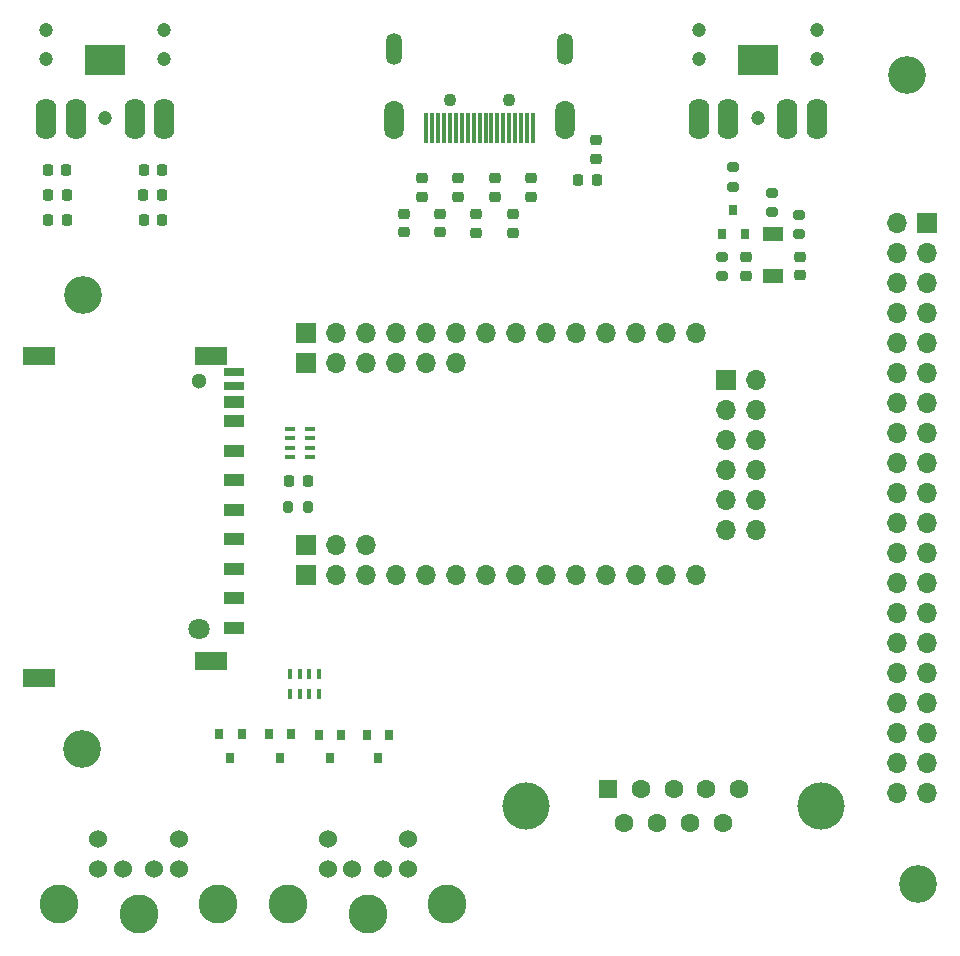
<source format=gbr>
%TF.GenerationSoftware,KiCad,Pcbnew,6.0.2+dfsg-1*%
%TF.CreationDate,2023-04-03T20:21:34+02:00*%
%TF.ProjectId,CYC10 Board,43594331-3020-4426-9f61-72642e6b6963,rev?*%
%TF.SameCoordinates,Original*%
%TF.FileFunction,Soldermask,Top*%
%TF.FilePolarity,Negative*%
%FSLAX46Y46*%
G04 Gerber Fmt 4.6, Leading zero omitted, Abs format (unit mm)*
G04 Created by KiCad (PCBNEW 6.0.2+dfsg-1) date 2023-04-03 20:21:34*
%MOMM*%
%LPD*%
G01*
G04 APERTURE LIST*
G04 Aperture macros list*
%AMRoundRect*
0 Rectangle with rounded corners*
0 $1 Rounding radius*
0 $2 $3 $4 $5 $6 $7 $8 $9 X,Y pos of 4 corners*
0 Add a 4 corners polygon primitive as box body*
4,1,4,$2,$3,$4,$5,$6,$7,$8,$9,$2,$3,0*
0 Add four circle primitives for the rounded corners*
1,1,$1+$1,$2,$3*
1,1,$1+$1,$4,$5*
1,1,$1+$1,$6,$7*
1,1,$1+$1,$8,$9*
0 Add four rect primitives between the rounded corners*
20,1,$1+$1,$2,$3,$4,$5,0*
20,1,$1+$1,$4,$5,$6,$7,0*
20,1,$1+$1,$6,$7,$8,$9,0*
20,1,$1+$1,$8,$9,$2,$3,0*%
G04 Aperture macros list end*
%ADD10RoundRect,0.225000X0.225000X0.250000X-0.225000X0.250000X-0.225000X-0.250000X0.225000X-0.250000X0*%
%ADD11RoundRect,0.200000X0.200000X0.275000X-0.200000X0.275000X-0.200000X-0.275000X0.200000X-0.275000X0*%
%ADD12RoundRect,0.218750X-0.256250X0.218750X-0.256250X-0.218750X0.256250X-0.218750X0.256250X0.218750X0*%
%ADD13RoundRect,0.225000X-0.225000X-0.250000X0.225000X-0.250000X0.225000X0.250000X-0.225000X0.250000X0*%
%ADD14C,1.100000*%
%ADD15R,0.300000X2.600000*%
%ADD16O,1.350000X2.700000*%
%ADD17O,1.650000X3.300000*%
%ADD18C,1.200000*%
%ADD19R,3.500000X2.500000*%
%ADD20O,1.750000X3.500000*%
%ADD21RoundRect,0.218750X-0.218750X-0.256250X0.218750X-0.256250X0.218750X0.256250X-0.218750X0.256250X0*%
%ADD22R,0.800000X0.900000*%
%ADD23C,3.200000*%
%ADD24RoundRect,0.225000X-0.250000X0.225000X-0.250000X-0.225000X0.250000X-0.225000X0.250000X0.225000X0*%
%ADD25RoundRect,0.225000X0.250000X-0.225000X0.250000X0.225000X-0.250000X0.225000X-0.250000X-0.225000X0*%
%ADD26R,1.700000X1.300000*%
%ADD27RoundRect,0.200000X-0.275000X0.200000X-0.275000X-0.200000X0.275000X-0.200000X0.275000X0.200000X0*%
%ADD28RoundRect,0.200000X0.275000X-0.200000X0.275000X0.200000X-0.275000X0.200000X-0.275000X-0.200000X0*%
%ADD29R,0.425000X0.900000*%
%ADD30R,0.900000X0.425000*%
%ADD31R,1.700000X1.700000*%
%ADD32O,1.700000X1.700000*%
%ADD33C,1.524000*%
%ADD34C,3.300000*%
%ADD35C,4.000000*%
%ADD36R,1.600000X1.600000*%
%ADD37C,1.600000*%
%ADD38C,1.800000*%
%ADD39C,1.300000*%
%ADD40R,1.800000X0.700000*%
%ADD41R,2.800000X1.500000*%
%ADD42R,1.800000X1.000000*%
G04 APERTURE END LIST*
D10*
%TO.C,C1*%
X41623300Y-59624000D03*
X40073300Y-59624000D03*
%TD*%
D11*
%TO.C,R1*%
X41653000Y-61869400D03*
X40003000Y-61869400D03*
%TD*%
D12*
%TO.C,R9*%
X51310500Y-34025700D03*
X51310500Y-35600700D03*
%TD*%
%TO.C,R10*%
X49763700Y-37040700D03*
X49763700Y-38615700D03*
%TD*%
%TO.C,R12*%
X54401700Y-34005400D03*
X54401700Y-35580400D03*
%TD*%
%TO.C,R13*%
X55925700Y-37050900D03*
X55925700Y-38625900D03*
%TD*%
%TO.C,R14*%
X57470000Y-34033400D03*
X57470000Y-35608400D03*
%TD*%
%TO.C,R16*%
X60538400Y-34010500D03*
X60538400Y-35585500D03*
%TD*%
D10*
%TO.C,C16*%
X21232200Y-37546300D03*
X19682200Y-37546300D03*
%TD*%
%TO.C,C17*%
X29301800Y-37518400D03*
X27751800Y-37518400D03*
%TD*%
D13*
%TO.C,C18*%
X19641600Y-33324800D03*
X21191600Y-33324800D03*
%TD*%
%TO.C,C19*%
X27756900Y-33324800D03*
X29306900Y-33324800D03*
%TD*%
D14*
%TO.C,J8*%
X58689900Y-27400700D03*
X53689900Y-27400700D03*
D15*
X51689900Y-29810700D03*
X52189900Y-29810700D03*
X52689900Y-29810700D03*
X53189900Y-29810700D03*
X53689900Y-29810700D03*
X54189900Y-29810700D03*
X54689900Y-29810700D03*
X55189900Y-29810700D03*
X55689900Y-29810700D03*
X56189900Y-29810700D03*
X56689900Y-29810700D03*
X57189900Y-29810700D03*
X57689900Y-29810700D03*
X58189900Y-29810700D03*
X58689900Y-29810700D03*
X59189900Y-29810700D03*
X59689900Y-29810700D03*
X60189900Y-29810700D03*
X60689900Y-29810700D03*
D16*
X63439900Y-23090700D03*
D17*
X63439900Y-29050700D03*
D16*
X48939900Y-23090700D03*
D17*
X48939900Y-29050700D03*
%TD*%
D18*
%TO.C,J12*%
X29488200Y-21458100D03*
X29488200Y-23958100D03*
X19488200Y-21458100D03*
X19488200Y-23958100D03*
X24488200Y-28958100D03*
D19*
X24488200Y-23997100D03*
D20*
X19488200Y-29003100D03*
X29488200Y-29003100D03*
X21988200Y-29003100D03*
X26988200Y-29003100D03*
%TD*%
D12*
%TO.C,R11*%
X52857400Y-37028000D03*
X52857400Y-38603000D03*
%TD*%
%TO.C,R17*%
X66045100Y-30815100D03*
X66045100Y-32390100D03*
%TD*%
D21*
%TO.C,R18*%
X64543800Y-34163000D03*
X66118800Y-34163000D03*
%TD*%
D13*
%TO.C,R21*%
X19667000Y-35420300D03*
X21217000Y-35420300D03*
%TD*%
%TO.C,R22*%
X27726400Y-35425400D03*
X29276400Y-35425400D03*
%TD*%
D22*
%TO.C,D3*%
X40231100Y-81103100D03*
X38331100Y-81103100D03*
X39281100Y-83103100D03*
%TD*%
%TO.C,D1*%
X36045100Y-81108100D03*
X34145100Y-81108100D03*
X35095100Y-83108100D03*
%TD*%
%TO.C,D4*%
X44465200Y-81130900D03*
X42565200Y-81130900D03*
X43515200Y-83130900D03*
%TD*%
%TO.C,D2*%
X48549500Y-81138900D03*
X46649500Y-81138900D03*
X47599500Y-83138900D03*
%TD*%
D23*
%TO.C,H2*%
X92362020Y-25250140D03*
%TD*%
%TO.C,H3*%
X93309400Y-93817400D03*
%TD*%
%TO.C,H4*%
X22550100Y-82326500D03*
%TD*%
D12*
%TO.C,R15*%
X58999100Y-37058500D03*
X58999100Y-38633500D03*
%TD*%
D24*
%TO.C,C2*%
X78724700Y-40723600D03*
X78724700Y-42273600D03*
%TD*%
D25*
%TO.C,C3*%
X83281500Y-42243100D03*
X83281500Y-40693100D03*
%TD*%
D26*
%TO.C,D5*%
X81020900Y-42278300D03*
X81020900Y-38778300D03*
%TD*%
D18*
%TO.C,J11*%
X74745800Y-21437700D03*
X79745800Y-28937700D03*
X84745800Y-23937700D03*
X84745800Y-21437700D03*
X74745800Y-23937700D03*
D19*
X79745800Y-23976700D03*
D20*
X74745800Y-28982700D03*
X84745800Y-28982700D03*
X77245800Y-28982700D03*
X82245800Y-28982700D03*
%TD*%
D22*
%TO.C,Q1*%
X76718100Y-38714000D03*
X78618100Y-38714000D03*
X77668100Y-36714000D03*
%TD*%
D27*
%TO.C,R28*%
X77668100Y-33094200D03*
X77668100Y-34744200D03*
%TD*%
%TO.C,R29*%
X76708000Y-40668500D03*
X76708000Y-42318500D03*
%TD*%
D28*
%TO.C,R30*%
X83256100Y-38777700D03*
X83256100Y-37127700D03*
%TD*%
D27*
%TO.C,R31*%
X80985300Y-35273500D03*
X80985300Y-36923500D03*
%TD*%
D29*
%TO.C,RN1*%
X40151200Y-77720500D03*
X40951200Y-77720500D03*
X41751200Y-77720500D03*
X42551200Y-77720500D03*
X42551200Y-76020500D03*
X41751200Y-76020500D03*
X40951200Y-76020500D03*
X40151200Y-76020500D03*
%TD*%
D30*
%TO.C,RN4*%
X41840500Y-57633700D03*
X41840500Y-56833700D03*
X41840500Y-56033700D03*
X41840500Y-55233700D03*
X40140500Y-55233700D03*
X40140500Y-56033700D03*
X40140500Y-56833700D03*
X40140500Y-57633700D03*
%TD*%
D23*
%TO.C,H1*%
X22580600Y-43926800D03*
%TD*%
D31*
%TO.C,J2*%
X41473200Y-65077300D03*
D32*
X44013200Y-65077300D03*
X46553200Y-65077300D03*
%TD*%
D31*
%TO.C,J4*%
X41483300Y-47127000D03*
D32*
X44023300Y-47127000D03*
X46563300Y-47127000D03*
X49103300Y-47127000D03*
X51643300Y-47127000D03*
X54183300Y-47127000D03*
X56723300Y-47127000D03*
X59263300Y-47127000D03*
X61803300Y-47127000D03*
X64343300Y-47127000D03*
X66883300Y-47127000D03*
X69423300Y-47127000D03*
X71963300Y-47127000D03*
X74503300Y-47127000D03*
%TD*%
D31*
%TO.C,J3*%
X41483300Y-49667000D03*
D32*
X44023300Y-49667000D03*
X46563300Y-49667000D03*
X49103300Y-49667000D03*
X51643300Y-49667000D03*
X54183300Y-49667000D03*
%TD*%
D31*
%TO.C,J5*%
X77068700Y-51065300D03*
D32*
X77068700Y-53605300D03*
X77068700Y-56145300D03*
X77068700Y-58685300D03*
X77068700Y-61225300D03*
X77068700Y-63765300D03*
X79608700Y-51065300D03*
X79608700Y-53605300D03*
X79608700Y-56145300D03*
X79608700Y-58685300D03*
X79608700Y-61225300D03*
X79608700Y-63765300D03*
%TD*%
D31*
%TO.C,J1*%
X41473200Y-67617300D03*
D32*
X44013200Y-67617300D03*
X46553200Y-67617300D03*
X49093200Y-67617300D03*
X51633200Y-67617300D03*
X54173200Y-67617300D03*
X56713200Y-67617300D03*
X59253200Y-67617300D03*
X61793200Y-67617300D03*
X64333200Y-67617300D03*
X66873200Y-67617300D03*
X69413200Y-67617300D03*
X71953200Y-67617300D03*
X74493200Y-67617300D03*
%TD*%
D33*
%TO.C,J9*%
X48020800Y-92495000D03*
X45420800Y-92495000D03*
X50120800Y-92495000D03*
X43320800Y-92495000D03*
X50120800Y-89995000D03*
X43320800Y-89995000D03*
D34*
X46720800Y-96295000D03*
X53470800Y-95495000D03*
X39970800Y-95495000D03*
%TD*%
D33*
%TO.C,J10*%
X28620800Y-92495000D03*
X26020800Y-92495000D03*
X30720800Y-92495000D03*
X23920800Y-92495000D03*
X30720800Y-89995000D03*
X23920800Y-89995000D03*
D34*
X27320800Y-96295000D03*
X34070800Y-95495000D03*
X20570800Y-95495000D03*
%TD*%
D31*
%TO.C,J13*%
X94107000Y-37815500D03*
D32*
X91567000Y-37815500D03*
X94107000Y-40355500D03*
X91567000Y-40355500D03*
X94107000Y-42895500D03*
X91567000Y-42895500D03*
X94107000Y-45435500D03*
X91567000Y-45435500D03*
X94107000Y-47975500D03*
X91567000Y-47975500D03*
X94107000Y-50515500D03*
X91567000Y-50515500D03*
X94107000Y-53055500D03*
X91567000Y-53055500D03*
X94107000Y-55595500D03*
X91567000Y-55595500D03*
X94107000Y-58135500D03*
X91567000Y-58135500D03*
X94107000Y-60675500D03*
X91567000Y-60675500D03*
X94107000Y-63215500D03*
X91567000Y-63215500D03*
X94107000Y-65755500D03*
X91567000Y-65755500D03*
X94107000Y-68295500D03*
X91567000Y-68295500D03*
X94107000Y-70835500D03*
X91567000Y-70835500D03*
X94107000Y-73375500D03*
X91567000Y-73375500D03*
X94107000Y-75915500D03*
X91567000Y-75915500D03*
X94107000Y-78455500D03*
X91567000Y-78455500D03*
X94107000Y-80995500D03*
X91567000Y-80995500D03*
X94107000Y-83535500D03*
X91567000Y-83535500D03*
X94107000Y-86075500D03*
X91567000Y-86075500D03*
%TD*%
D35*
%TO.C,J6*%
X60111200Y-87175500D03*
X85111200Y-87175500D03*
D36*
X67071200Y-85755500D03*
D37*
X69841200Y-85755500D03*
X72611200Y-85755500D03*
X75381200Y-85755500D03*
X78151200Y-85755500D03*
X68456200Y-88595500D03*
X71226200Y-88595500D03*
X73996200Y-88595500D03*
X76766200Y-88595500D03*
%TD*%
D38*
%TO.C,P1*%
X32419453Y-72221530D03*
D39*
X32419453Y-51221500D03*
D40*
X35369320Y-51641400D03*
D41*
X33419270Y-49072100D03*
X33419270Y-74872100D03*
X18919300Y-49072100D03*
X18919300Y-76372100D03*
D42*
X35369320Y-69591370D03*
X35369320Y-67091370D03*
X35369320Y-64591370D03*
X35369320Y-62091372D03*
X35369320Y-59591370D03*
X35369320Y-57091370D03*
X35369320Y-54591370D03*
X35369320Y-52941370D03*
X35369320Y-72091370D03*
D40*
X35369320Y-50441400D03*
%TD*%
M02*

</source>
